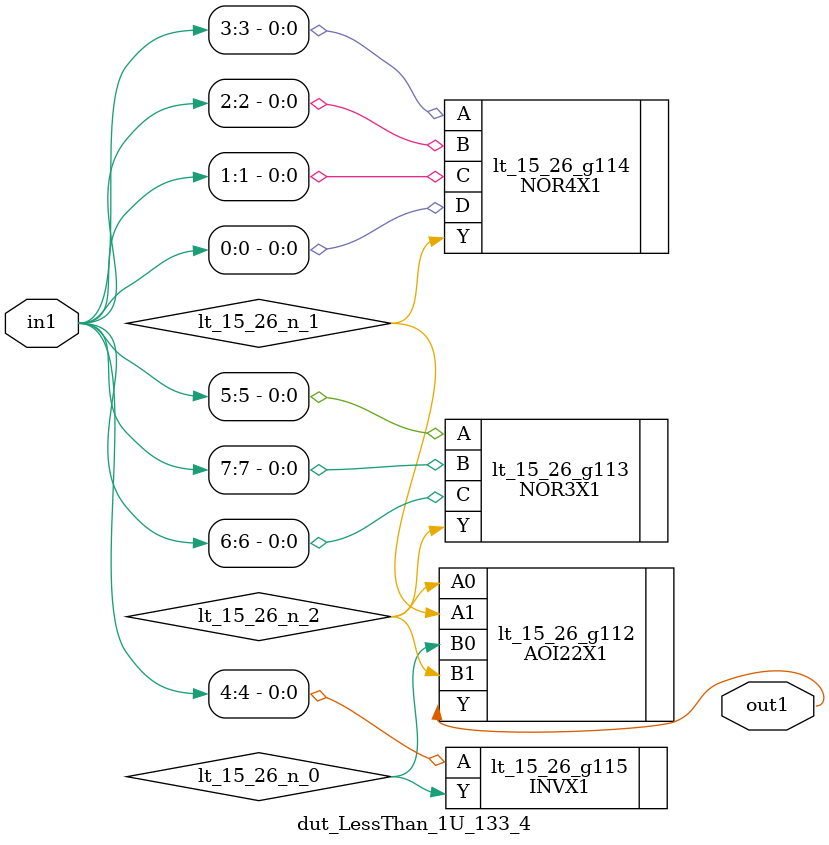
<source format=v>
`timescale 1ps / 1ps


module dut_LessThan_1U_133_4(in1, out1);
  input [7:0] in1;
  output out1;
  wire [7:0] in1;
  wire out1;
  wire lt_15_26_n_0, lt_15_26_n_1, lt_15_26_n_2;
  AOI22X1 lt_15_26_g112(.A0 (lt_15_26_n_2), .A1 (lt_15_26_n_1), .B0
       (lt_15_26_n_0), .B1 (lt_15_26_n_2), .Y (out1));
  NOR3X1 lt_15_26_g113(.A (in1[5]), .B (in1[7]), .C (in1[6]), .Y
       (lt_15_26_n_2));
  NOR4X1 lt_15_26_g114(.A (in1[3]), .B (in1[2]), .C (in1[1]), .D
       (in1[0]), .Y (lt_15_26_n_1));
  INVX1 lt_15_26_g115(.A (in1[4]), .Y (lt_15_26_n_0));
endmodule



</source>
